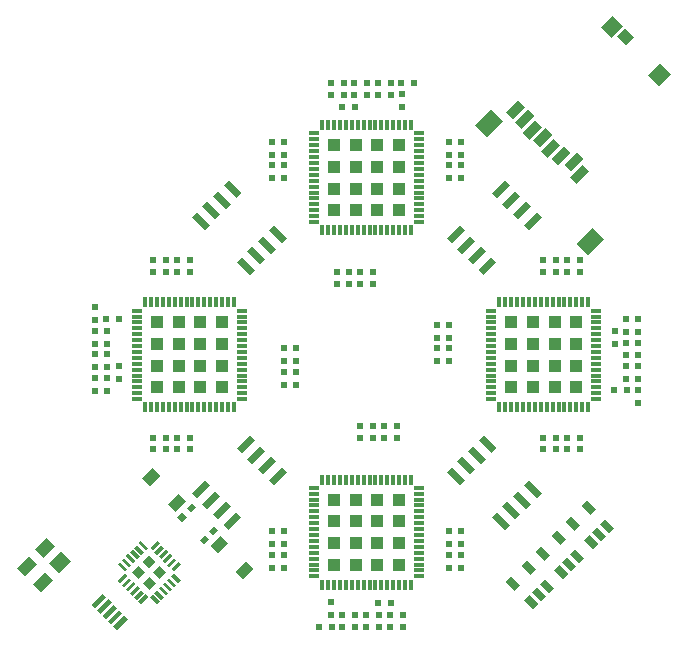
<source format=gbr>
G04 #@! TF.FileFunction,Paste,Top*
%FSLAX46Y46*%
G04 Gerber Fmt 4.6, Leading zero omitted, Abs format (unit mm)*
G04 Created by KiCad (PCBNEW 4.0.6-e0-6349~53~ubuntu14.04.1) date Tue Mar 21 08:09:45 2017*
%MOMM*%
%LPD*%
G01*
G04 APERTURE LIST*
%ADD10C,0.100000*%
%ADD11R,0.850000X0.300000*%
%ADD12R,0.300000X0.850000*%
%ADD13R,1.102500X1.102500*%
%ADD14R,0.500000X0.600000*%
%ADD15R,0.600000X0.500000*%
G04 APERTURE END LIST*
D10*
G36*
X164540642Y-126054526D02*
X164081023Y-126514145D01*
X163331490Y-125764612D01*
X163791109Y-125304993D01*
X164540642Y-126054526D01*
X164540642Y-126054526D01*
G37*
G36*
X165212393Y-125382774D02*
X164752774Y-125842393D01*
X164003241Y-125092860D01*
X164462860Y-124633241D01*
X165212393Y-125382774D01*
X165212393Y-125382774D01*
G37*
G36*
X165884145Y-124711023D02*
X165424526Y-125170642D01*
X164674993Y-124421109D01*
X165134612Y-123961490D01*
X165884145Y-124711023D01*
X165884145Y-124711023D01*
G37*
G36*
X164328510Y-123155388D02*
X163868891Y-123615007D01*
X163119358Y-122865474D01*
X163578977Y-122405855D01*
X164328510Y-123155388D01*
X164328510Y-123155388D01*
G37*
G36*
X162985007Y-124498891D02*
X162525388Y-124958510D01*
X161775855Y-124208977D01*
X162235474Y-123749358D01*
X162985007Y-124498891D01*
X162985007Y-124498891D01*
G37*
G36*
X167775812Y-95568049D02*
X169119315Y-94224546D01*
X170109264Y-95214495D01*
X168765761Y-96557998D01*
X167775812Y-95568049D01*
X167775812Y-95568049D01*
G37*
G36*
X159184464Y-85562488D02*
X160527967Y-84218985D01*
X161517916Y-85208934D01*
X160174413Y-86552437D01*
X159184464Y-85562488D01*
X159184464Y-85562488D01*
G37*
G36*
X173856930Y-81284491D02*
X174846879Y-80294542D01*
X175766118Y-81213781D01*
X174776169Y-82203730D01*
X173856930Y-81284491D01*
X173856930Y-81284491D01*
G37*
G36*
X169826422Y-77253982D02*
X170816371Y-76264033D01*
X171735610Y-77183272D01*
X170745661Y-78173221D01*
X169826422Y-77253982D01*
X169826422Y-77253982D01*
G37*
G36*
X167231339Y-89946549D02*
X168291999Y-88885889D01*
X168857685Y-89451575D01*
X167797025Y-90512235D01*
X167231339Y-89946549D01*
X167231339Y-89946549D01*
G37*
G36*
X166736365Y-88885889D02*
X167797025Y-87825229D01*
X168362711Y-88390915D01*
X167302051Y-89451575D01*
X166736365Y-88885889D01*
X166736365Y-88885889D01*
G37*
G36*
X165675704Y-88390914D02*
X166736364Y-87330254D01*
X167302050Y-87895940D01*
X166241390Y-88956600D01*
X165675704Y-88390914D01*
X165675704Y-88390914D01*
G37*
G36*
X164756466Y-87754518D02*
X165817126Y-86693858D01*
X166382812Y-87259544D01*
X165322152Y-88320204D01*
X164756466Y-87754518D01*
X164756466Y-87754518D01*
G37*
G36*
X164120069Y-86835279D02*
X165180729Y-85774619D01*
X165746415Y-86340305D01*
X164685755Y-87400965D01*
X164120069Y-86835279D01*
X164120069Y-86835279D01*
G37*
G36*
X163200831Y-86198883D02*
X164261491Y-85138223D01*
X164827177Y-85703909D01*
X163766517Y-86764569D01*
X163200831Y-86198883D01*
X163200831Y-86198883D01*
G37*
G36*
X162564435Y-85279644D02*
X163625095Y-84218984D01*
X164190781Y-84784670D01*
X163130121Y-85845330D01*
X162564435Y-85279644D01*
X162564435Y-85279644D01*
G37*
G36*
X161786617Y-84501827D02*
X162847277Y-83441167D01*
X163412963Y-84006853D01*
X162352303Y-85067513D01*
X161786617Y-84501827D01*
X161786617Y-84501827D01*
G37*
G36*
X171230028Y-78028264D02*
X171901779Y-77356513D01*
X172608886Y-78063620D01*
X171937135Y-78735371D01*
X171230028Y-78028264D01*
X171230028Y-78028264D01*
G37*
D11*
X154450000Y-123750000D03*
X154450000Y-123250000D03*
X154450000Y-122750000D03*
X154450000Y-122250000D03*
X154450000Y-121750000D03*
X154450000Y-121250000D03*
X154450000Y-120750000D03*
X154450000Y-120250000D03*
X154450000Y-119750000D03*
X154450000Y-119250000D03*
X154450000Y-118750000D03*
X154450000Y-118250000D03*
X154450000Y-117750000D03*
X154450000Y-117250000D03*
X154450000Y-116750000D03*
X154450000Y-116250000D03*
D12*
X153750000Y-115550000D03*
X153250000Y-115550000D03*
X152750000Y-115550000D03*
X152250000Y-115550000D03*
X151750000Y-115550000D03*
X151250000Y-115550000D03*
X150750000Y-115550000D03*
X150250000Y-115550000D03*
X149750000Y-115550000D03*
X149250000Y-115550000D03*
X148750000Y-115550000D03*
X148250000Y-115550000D03*
X147750000Y-115550000D03*
X147250000Y-115550000D03*
X146750000Y-115550000D03*
X146250000Y-115550000D03*
D11*
X145550000Y-116250000D03*
X145550000Y-116750000D03*
X145550000Y-117250000D03*
X145550000Y-117750000D03*
X145550000Y-118250000D03*
X145550000Y-118750000D03*
X145550000Y-119250000D03*
X145550000Y-119750000D03*
X145550000Y-120250000D03*
X145550000Y-120750000D03*
X145550000Y-121250000D03*
X145550000Y-121750000D03*
X145550000Y-122250000D03*
X145550000Y-122750000D03*
X145550000Y-123250000D03*
X145550000Y-123750000D03*
D12*
X146250000Y-124450000D03*
X146750000Y-124450000D03*
X147250000Y-124450000D03*
X147750000Y-124450000D03*
X148250000Y-124450000D03*
X148750000Y-124450000D03*
X149250000Y-124450000D03*
X149750000Y-124450000D03*
X150250000Y-124450000D03*
X150750000Y-124450000D03*
X151250000Y-124450000D03*
X151750000Y-124450000D03*
X152250000Y-124450000D03*
X152750000Y-124450000D03*
X153250000Y-124450000D03*
X153750000Y-124450000D03*
D13*
X147243750Y-117243750D03*
X147243750Y-119081250D03*
X147243750Y-120918750D03*
X147243750Y-122756250D03*
X149081250Y-117243750D03*
X149081250Y-119081250D03*
X149081250Y-120918750D03*
X149081250Y-122756250D03*
X150918750Y-117243750D03*
X150918750Y-119081250D03*
X150918750Y-120918750D03*
X150918750Y-122756250D03*
X152756250Y-117243750D03*
X152756250Y-119081250D03*
X152756250Y-120918750D03*
X152756250Y-122756250D03*
D12*
X131250000Y-109450000D03*
X131750000Y-109450000D03*
X132250000Y-109450000D03*
X132750000Y-109450000D03*
X133250000Y-109450000D03*
X133750000Y-109450000D03*
X134250000Y-109450000D03*
X134750000Y-109450000D03*
X135250000Y-109450000D03*
X135750000Y-109450000D03*
X136250000Y-109450000D03*
X136750000Y-109450000D03*
X137250000Y-109450000D03*
X137750000Y-109450000D03*
X138250000Y-109450000D03*
X138750000Y-109450000D03*
D11*
X139450000Y-108750000D03*
X139450000Y-108250000D03*
X139450000Y-107750000D03*
X139450000Y-107250000D03*
X139450000Y-106750000D03*
X139450000Y-106250000D03*
X139450000Y-105750000D03*
X139450000Y-105250000D03*
X139450000Y-104750000D03*
X139450000Y-104250000D03*
X139450000Y-103750000D03*
X139450000Y-103250000D03*
X139450000Y-102750000D03*
X139450000Y-102250000D03*
X139450000Y-101750000D03*
X139450000Y-101250000D03*
D12*
X138750000Y-100550000D03*
X138250000Y-100550000D03*
X137750000Y-100550000D03*
X137250000Y-100550000D03*
X136750000Y-100550000D03*
X136250000Y-100550000D03*
X135750000Y-100550000D03*
X135250000Y-100550000D03*
X134750000Y-100550000D03*
X134250000Y-100550000D03*
X133750000Y-100550000D03*
X133250000Y-100550000D03*
X132750000Y-100550000D03*
X132250000Y-100550000D03*
X131750000Y-100550000D03*
X131250000Y-100550000D03*
D11*
X130550000Y-101250000D03*
X130550000Y-101750000D03*
X130550000Y-102250000D03*
X130550000Y-102750000D03*
X130550000Y-103250000D03*
X130550000Y-103750000D03*
X130550000Y-104250000D03*
X130550000Y-104750000D03*
X130550000Y-105250000D03*
X130550000Y-105750000D03*
X130550000Y-106250000D03*
X130550000Y-106750000D03*
X130550000Y-107250000D03*
X130550000Y-107750000D03*
X130550000Y-108250000D03*
X130550000Y-108750000D03*
D13*
X137756250Y-102243750D03*
X135918750Y-102243750D03*
X134081250Y-102243750D03*
X132243750Y-102243750D03*
X137756250Y-104081250D03*
X135918750Y-104081250D03*
X134081250Y-104081250D03*
X132243750Y-104081250D03*
X137756250Y-105918750D03*
X135918750Y-105918750D03*
X134081250Y-105918750D03*
X132243750Y-105918750D03*
X137756250Y-107756250D03*
X135918750Y-107756250D03*
X134081250Y-107756250D03*
X132243750Y-107756250D03*
D11*
X145550000Y-86250000D03*
X145550000Y-86750000D03*
X145550000Y-87250000D03*
X145550000Y-87750000D03*
X145550000Y-88250000D03*
X145550000Y-88750000D03*
X145550000Y-89250000D03*
X145550000Y-89750000D03*
X145550000Y-90250000D03*
X145550000Y-90750000D03*
X145550000Y-91250000D03*
X145550000Y-91750000D03*
X145550000Y-92250000D03*
X145550000Y-92750000D03*
X145550000Y-93250000D03*
X145550000Y-93750000D03*
D12*
X146250000Y-94450000D03*
X146750000Y-94450000D03*
X147250000Y-94450000D03*
X147750000Y-94450000D03*
X148250000Y-94450000D03*
X148750000Y-94450000D03*
X149250000Y-94450000D03*
X149750000Y-94450000D03*
X150250000Y-94450000D03*
X150750000Y-94450000D03*
X151250000Y-94450000D03*
X151750000Y-94450000D03*
X152250000Y-94450000D03*
X152750000Y-94450000D03*
X153250000Y-94450000D03*
X153750000Y-94450000D03*
D11*
X154450000Y-93750000D03*
X154450000Y-93250000D03*
X154450000Y-92750000D03*
X154450000Y-92250000D03*
X154450000Y-91750000D03*
X154450000Y-91250000D03*
X154450000Y-90750000D03*
X154450000Y-90250000D03*
X154450000Y-89750000D03*
X154450000Y-89250000D03*
X154450000Y-88750000D03*
X154450000Y-88250000D03*
X154450000Y-87750000D03*
X154450000Y-87250000D03*
X154450000Y-86750000D03*
X154450000Y-86250000D03*
D12*
X153750000Y-85550000D03*
X153250000Y-85550000D03*
X152750000Y-85550000D03*
X152250000Y-85550000D03*
X151750000Y-85550000D03*
X151250000Y-85550000D03*
X150750000Y-85550000D03*
X150250000Y-85550000D03*
X149750000Y-85550000D03*
X149250000Y-85550000D03*
X148750000Y-85550000D03*
X148250000Y-85550000D03*
X147750000Y-85550000D03*
X147250000Y-85550000D03*
X146750000Y-85550000D03*
X146250000Y-85550000D03*
D13*
X152756250Y-92756250D03*
X152756250Y-90918750D03*
X152756250Y-89081250D03*
X152756250Y-87243750D03*
X150918750Y-92756250D03*
X150918750Y-90918750D03*
X150918750Y-89081250D03*
X150918750Y-87243750D03*
X149081250Y-92756250D03*
X149081250Y-90918750D03*
X149081250Y-89081250D03*
X149081250Y-87243750D03*
X147243750Y-92756250D03*
X147243750Y-90918750D03*
X147243750Y-89081250D03*
X147243750Y-87243750D03*
D12*
X168750000Y-100550000D03*
X168250000Y-100550000D03*
X167750000Y-100550000D03*
X167250000Y-100550000D03*
X166750000Y-100550000D03*
X166250000Y-100550000D03*
X165750000Y-100550000D03*
X165250000Y-100550000D03*
X164750000Y-100550000D03*
X164250000Y-100550000D03*
X163750000Y-100550000D03*
X163250000Y-100550000D03*
X162750000Y-100550000D03*
X162250000Y-100550000D03*
X161750000Y-100550000D03*
X161250000Y-100550000D03*
D11*
X160550000Y-101250000D03*
X160550000Y-101750000D03*
X160550000Y-102250000D03*
X160550000Y-102750000D03*
X160550000Y-103250000D03*
X160550000Y-103750000D03*
X160550000Y-104250000D03*
X160550000Y-104750000D03*
X160550000Y-105250000D03*
X160550000Y-105750000D03*
X160550000Y-106250000D03*
X160550000Y-106750000D03*
X160550000Y-107250000D03*
X160550000Y-107750000D03*
X160550000Y-108250000D03*
X160550000Y-108750000D03*
D12*
X161250000Y-109450000D03*
X161750000Y-109450000D03*
X162250000Y-109450000D03*
X162750000Y-109450000D03*
X163250000Y-109450000D03*
X163750000Y-109450000D03*
X164250000Y-109450000D03*
X164750000Y-109450000D03*
X165250000Y-109450000D03*
X165750000Y-109450000D03*
X166250000Y-109450000D03*
X166750000Y-109450000D03*
X167250000Y-109450000D03*
X167750000Y-109450000D03*
X168250000Y-109450000D03*
X168750000Y-109450000D03*
D11*
X169450000Y-108750000D03*
X169450000Y-108250000D03*
X169450000Y-107750000D03*
X169450000Y-107250000D03*
X169450000Y-106750000D03*
X169450000Y-106250000D03*
X169450000Y-105750000D03*
X169450000Y-105250000D03*
X169450000Y-104750000D03*
X169450000Y-104250000D03*
X169450000Y-103750000D03*
X169450000Y-103250000D03*
X169450000Y-102750000D03*
X169450000Y-102250000D03*
X169450000Y-101750000D03*
X169450000Y-101250000D03*
D13*
X162243750Y-107756250D03*
X164081250Y-107756250D03*
X165918750Y-107756250D03*
X167756250Y-107756250D03*
X162243750Y-105918750D03*
X164081250Y-105918750D03*
X165918750Y-105918750D03*
X167756250Y-105918750D03*
X162243750Y-104081250D03*
X164081250Y-104081250D03*
X165918750Y-104081250D03*
X167756250Y-104081250D03*
X162243750Y-102243750D03*
X164081250Y-102243750D03*
X165918750Y-102243750D03*
X167756250Y-102243750D03*
D14*
X158000000Y-121950000D03*
X158000000Y-123050000D03*
X158000000Y-119950000D03*
X158000000Y-121050000D03*
D15*
X151450000Y-111000000D03*
X152550000Y-111000000D03*
X149450000Y-111000000D03*
X150550000Y-111000000D03*
D14*
X157000000Y-121950000D03*
X157000000Y-123050000D03*
X157000000Y-119950000D03*
X157000000Y-121050000D03*
D15*
X151450000Y-112000000D03*
X152550000Y-112000000D03*
X149450000Y-112000000D03*
X150550000Y-112000000D03*
D14*
X143000000Y-123050000D03*
X143000000Y-121950000D03*
X143000000Y-121050000D03*
X143000000Y-119950000D03*
X147000000Y-125950000D03*
X147000000Y-127050000D03*
D15*
X153050000Y-127000000D03*
X151950000Y-127000000D03*
X151050000Y-127000000D03*
X149950000Y-127000000D03*
X149050000Y-127000000D03*
X147950000Y-127000000D03*
X152050000Y-126000000D03*
X150950000Y-126000000D03*
D14*
X142000000Y-123050000D03*
X142000000Y-121950000D03*
X142000000Y-121050000D03*
X142000000Y-119950000D03*
D15*
X153050000Y-128000000D03*
X151950000Y-128000000D03*
X151050000Y-128000000D03*
X149950000Y-128000000D03*
X149050000Y-128000000D03*
X147950000Y-128000000D03*
X147050000Y-128000000D03*
X145950000Y-128000000D03*
X133050000Y-113000000D03*
X131950000Y-113000000D03*
X135050000Y-113000000D03*
X133950000Y-113000000D03*
D14*
X144000000Y-106450000D03*
X144000000Y-107550000D03*
X144000000Y-104450000D03*
X144000000Y-105550000D03*
D15*
X133050000Y-112000000D03*
X131950000Y-112000000D03*
X135050000Y-112000000D03*
X133950000Y-112000000D03*
D14*
X143000000Y-106450000D03*
X143000000Y-107550000D03*
X143000000Y-104450000D03*
X143000000Y-105550000D03*
D15*
X131950000Y-98000000D03*
X133050000Y-98000000D03*
X133950000Y-98000000D03*
X135050000Y-98000000D03*
X129050000Y-102000000D03*
X127950000Y-102000000D03*
D14*
X128000000Y-108050000D03*
X128000000Y-106950000D03*
X128000000Y-106050000D03*
X128000000Y-104950000D03*
X128000000Y-104050000D03*
X128000000Y-102950000D03*
X129000000Y-107050000D03*
X129000000Y-105950000D03*
D15*
X131950000Y-97000000D03*
X133050000Y-97000000D03*
X133950000Y-97000000D03*
X135050000Y-97000000D03*
D14*
X127000000Y-108050000D03*
X127000000Y-106950000D03*
X127000000Y-106050000D03*
X127000000Y-104950000D03*
X127000000Y-104050000D03*
X127000000Y-102950000D03*
X127000000Y-102050000D03*
X127000000Y-100950000D03*
X142000000Y-88050000D03*
X142000000Y-86950000D03*
X142000000Y-90050000D03*
X142000000Y-88950000D03*
D15*
X148550000Y-99000000D03*
X147450000Y-99000000D03*
X150550000Y-99000000D03*
X149450000Y-99000000D03*
D14*
X143000000Y-88050000D03*
X143000000Y-86950000D03*
X143000000Y-90050000D03*
X143000000Y-88950000D03*
D15*
X148550000Y-98000000D03*
X147450000Y-98000000D03*
X150550000Y-98000000D03*
X149450000Y-98000000D03*
D14*
X157000000Y-86950000D03*
X157000000Y-88050000D03*
X157000000Y-88950000D03*
X157000000Y-90050000D03*
X153000000Y-84050000D03*
X153000000Y-82950000D03*
D15*
X146950000Y-83000000D03*
X148050000Y-83000000D03*
X148950000Y-83000000D03*
X150050000Y-83000000D03*
X150950000Y-83000000D03*
X152050000Y-83000000D03*
X147950000Y-84000000D03*
X149050000Y-84000000D03*
D14*
X158000000Y-86950000D03*
X158000000Y-88050000D03*
X158000000Y-88950000D03*
X158000000Y-90050000D03*
D15*
X146950000Y-82000000D03*
X148050000Y-82000000D03*
X148950000Y-82000000D03*
X150050000Y-82000000D03*
X150950000Y-82000000D03*
X152050000Y-82000000D03*
X152950000Y-82000000D03*
X154050000Y-82000000D03*
X166950000Y-97000000D03*
X168050000Y-97000000D03*
X164950000Y-97000000D03*
X166050000Y-97000000D03*
D14*
X156000000Y-103550000D03*
X156000000Y-102450000D03*
X156000000Y-105550000D03*
X156000000Y-104450000D03*
D15*
X166950000Y-98000000D03*
X168050000Y-98000000D03*
X164950000Y-98000000D03*
X166050000Y-98000000D03*
D14*
X157000000Y-103550000D03*
X157000000Y-102450000D03*
X157000000Y-105550000D03*
X157000000Y-104450000D03*
D15*
X168050000Y-112000000D03*
X166950000Y-112000000D03*
X166050000Y-112000000D03*
X164950000Y-112000000D03*
X170950000Y-108000000D03*
X172050000Y-108000000D03*
D14*
X172000000Y-101950000D03*
X172000000Y-103050000D03*
X172000000Y-103950000D03*
X172000000Y-105050000D03*
X172000000Y-105950000D03*
X172000000Y-107050000D03*
X171000000Y-102950000D03*
X171000000Y-104050000D03*
D15*
X168050000Y-113000000D03*
X166950000Y-113000000D03*
X166050000Y-113000000D03*
X164950000Y-113000000D03*
D14*
X173000000Y-101950000D03*
X173000000Y-103050000D03*
X173000000Y-103950000D03*
X173000000Y-105050000D03*
X173000000Y-105950000D03*
X173000000Y-107050000D03*
X173000000Y-107950000D03*
X173000000Y-109050000D03*
D10*
G36*
X167080642Y-123514526D02*
X166621023Y-123974145D01*
X165871490Y-123224612D01*
X166331109Y-122764993D01*
X167080642Y-123514526D01*
X167080642Y-123514526D01*
G37*
G36*
X167752393Y-122842774D02*
X167292774Y-123302393D01*
X166543241Y-122552860D01*
X167002860Y-122093241D01*
X167752393Y-122842774D01*
X167752393Y-122842774D01*
G37*
G36*
X168424145Y-122171023D02*
X167964526Y-122630642D01*
X167214993Y-121881109D01*
X167674612Y-121421490D01*
X168424145Y-122171023D01*
X168424145Y-122171023D01*
G37*
G36*
X166868510Y-120615388D02*
X166408891Y-121075007D01*
X165659358Y-120325474D01*
X166118977Y-119865855D01*
X166868510Y-120615388D01*
X166868510Y-120615388D01*
G37*
G36*
X165525007Y-121958891D02*
X165065388Y-122418510D01*
X164315855Y-121668977D01*
X164775474Y-121209358D01*
X165525007Y-121958891D01*
X165525007Y-121958891D01*
G37*
G36*
X169620642Y-120974526D02*
X169161023Y-121434145D01*
X168411490Y-120684612D01*
X168871109Y-120224993D01*
X169620642Y-120974526D01*
X169620642Y-120974526D01*
G37*
G36*
X170292393Y-120302774D02*
X169832774Y-120762393D01*
X169083241Y-120012860D01*
X169542860Y-119553241D01*
X170292393Y-120302774D01*
X170292393Y-120302774D01*
G37*
G36*
X170964145Y-119631023D02*
X170504526Y-120090642D01*
X169754993Y-119341109D01*
X170214612Y-118881490D01*
X170964145Y-119631023D01*
X170964145Y-119631023D01*
G37*
G36*
X169408510Y-118075388D02*
X168948891Y-118535007D01*
X168199358Y-117785474D01*
X168658977Y-117325855D01*
X169408510Y-118075388D01*
X169408510Y-118075388D01*
G37*
G36*
X168065007Y-119418891D02*
X167605388Y-119878510D01*
X166855855Y-119128977D01*
X167315474Y-118669358D01*
X168065007Y-119418891D01*
X168065007Y-119418891D01*
G37*
G36*
X162117290Y-119387103D02*
X161693026Y-119811367D01*
X160597010Y-118715351D01*
X161021274Y-118291087D01*
X162117290Y-119387103D01*
X162117290Y-119387103D01*
G37*
G36*
X163015316Y-118489077D02*
X162591052Y-118913341D01*
X161495036Y-117817325D01*
X161919300Y-117393061D01*
X163015316Y-118489077D01*
X163015316Y-118489077D01*
G37*
G36*
X163913341Y-117591052D02*
X163489077Y-118015316D01*
X162393061Y-116919300D01*
X162817325Y-116495036D01*
X163913341Y-117591052D01*
X163913341Y-117591052D01*
G37*
G36*
X164811367Y-116693026D02*
X164387103Y-117117290D01*
X163291087Y-116021274D01*
X163715351Y-115597010D01*
X164811367Y-116693026D01*
X164811367Y-116693026D01*
G37*
G36*
X160992990Y-112874649D02*
X160568726Y-113298913D01*
X159472710Y-112202897D01*
X159896974Y-111778633D01*
X160992990Y-112874649D01*
X160992990Y-112874649D01*
G37*
G36*
X160094964Y-113772675D02*
X159670700Y-114196939D01*
X158574684Y-113100923D01*
X158998948Y-112676659D01*
X160094964Y-113772675D01*
X160094964Y-113772675D01*
G37*
G36*
X159196939Y-114670700D02*
X158772675Y-115094964D01*
X157676659Y-113998948D01*
X158100923Y-113574684D01*
X159196939Y-114670700D01*
X159196939Y-114670700D01*
G37*
G36*
X158298913Y-115568726D02*
X157874649Y-115992990D01*
X156778633Y-114896974D01*
X157202897Y-114472710D01*
X158298913Y-115568726D01*
X158298913Y-115568726D01*
G37*
G36*
X135612897Y-117117290D02*
X135188633Y-116693026D01*
X136284649Y-115597010D01*
X136708913Y-116021274D01*
X135612897Y-117117290D01*
X135612897Y-117117290D01*
G37*
G36*
X136510923Y-118015316D02*
X136086659Y-117591052D01*
X137182675Y-116495036D01*
X137606939Y-116919300D01*
X136510923Y-118015316D01*
X136510923Y-118015316D01*
G37*
G36*
X137408948Y-118913341D02*
X136984684Y-118489077D01*
X138080700Y-117393061D01*
X138504964Y-117817325D01*
X137408948Y-118913341D01*
X137408948Y-118913341D01*
G37*
G36*
X138306974Y-119811367D02*
X137882710Y-119387103D01*
X138978726Y-118291087D01*
X139402990Y-118715351D01*
X138306974Y-119811367D01*
X138306974Y-119811367D01*
G37*
G36*
X142125351Y-115992990D02*
X141701087Y-115568726D01*
X142797103Y-114472710D01*
X143221367Y-114896974D01*
X142125351Y-115992990D01*
X142125351Y-115992990D01*
G37*
G36*
X141227325Y-115094964D02*
X140803061Y-114670700D01*
X141899077Y-113574684D01*
X142323341Y-113998948D01*
X141227325Y-115094964D01*
X141227325Y-115094964D01*
G37*
G36*
X140329300Y-114196939D02*
X139905036Y-113772675D01*
X141001052Y-112676659D01*
X141425316Y-113100923D01*
X140329300Y-114196939D01*
X140329300Y-114196939D01*
G37*
G36*
X139431274Y-113298913D02*
X139007010Y-112874649D01*
X140103026Y-111778633D01*
X140527290Y-112202897D01*
X139431274Y-113298913D01*
X139431274Y-113298913D01*
G37*
G36*
X137882710Y-90612897D02*
X138306974Y-90188633D01*
X139402990Y-91284649D01*
X138978726Y-91708913D01*
X137882710Y-90612897D01*
X137882710Y-90612897D01*
G37*
G36*
X136984684Y-91510923D02*
X137408948Y-91086659D01*
X138504964Y-92182675D01*
X138080700Y-92606939D01*
X136984684Y-91510923D01*
X136984684Y-91510923D01*
G37*
G36*
X136086659Y-92408948D02*
X136510923Y-91984684D01*
X137606939Y-93080700D01*
X137182675Y-93504964D01*
X136086659Y-92408948D01*
X136086659Y-92408948D01*
G37*
G36*
X135188633Y-93306974D02*
X135612897Y-92882710D01*
X136708913Y-93978726D01*
X136284649Y-94402990D01*
X135188633Y-93306974D01*
X135188633Y-93306974D01*
G37*
G36*
X139007010Y-97125351D02*
X139431274Y-96701087D01*
X140527290Y-97797103D01*
X140103026Y-98221367D01*
X139007010Y-97125351D01*
X139007010Y-97125351D01*
G37*
G36*
X139905036Y-96227325D02*
X140329300Y-95803061D01*
X141425316Y-96899077D01*
X141001052Y-97323341D01*
X139905036Y-96227325D01*
X139905036Y-96227325D01*
G37*
G36*
X140803061Y-95329300D02*
X141227325Y-94905036D01*
X142323341Y-96001052D01*
X141899077Y-96425316D01*
X140803061Y-95329300D01*
X140803061Y-95329300D01*
G37*
G36*
X141701087Y-94431274D02*
X142125351Y-94007010D01*
X143221367Y-95103026D01*
X142797103Y-95527290D01*
X141701087Y-94431274D01*
X141701087Y-94431274D01*
G37*
G36*
X164387103Y-92882710D02*
X164811367Y-93306974D01*
X163715351Y-94402990D01*
X163291087Y-93978726D01*
X164387103Y-92882710D01*
X164387103Y-92882710D01*
G37*
G36*
X163489077Y-91984684D02*
X163913341Y-92408948D01*
X162817325Y-93504964D01*
X162393061Y-93080700D01*
X163489077Y-91984684D01*
X163489077Y-91984684D01*
G37*
G36*
X162591052Y-91086659D02*
X163015316Y-91510923D01*
X161919300Y-92606939D01*
X161495036Y-92182675D01*
X162591052Y-91086659D01*
X162591052Y-91086659D01*
G37*
G36*
X161693026Y-90188633D02*
X162117290Y-90612897D01*
X161021274Y-91708913D01*
X160597010Y-91284649D01*
X161693026Y-90188633D01*
X161693026Y-90188633D01*
G37*
G36*
X157874649Y-94007010D02*
X158298913Y-94431274D01*
X157202897Y-95527290D01*
X156778633Y-95103026D01*
X157874649Y-94007010D01*
X157874649Y-94007010D01*
G37*
G36*
X158772675Y-94905036D02*
X159196939Y-95329300D01*
X158100923Y-96425316D01*
X157676659Y-96001052D01*
X158772675Y-94905036D01*
X158772675Y-94905036D01*
G37*
G36*
X159670700Y-95803061D02*
X160094964Y-96227325D01*
X158998948Y-97323341D01*
X158574684Y-96899077D01*
X159670700Y-95803061D01*
X159670700Y-95803061D01*
G37*
G36*
X160568726Y-96701087D02*
X160992990Y-97125351D01*
X159896974Y-98221367D01*
X159472710Y-97797103D01*
X160568726Y-96701087D01*
X160568726Y-96701087D01*
G37*
G36*
X138902340Y-123340011D02*
X139765011Y-122477340D01*
X140408478Y-123120807D01*
X139545807Y-123983478D01*
X138902340Y-123340011D01*
X138902340Y-123340011D01*
G37*
G36*
X136731522Y-121169193D02*
X137594193Y-120306522D01*
X138237660Y-120949989D01*
X137374989Y-121812660D01*
X136731522Y-121169193D01*
X136731522Y-121169193D01*
G37*
G36*
X132522660Y-115234989D02*
X131659989Y-116097660D01*
X131016522Y-115454193D01*
X131879193Y-114591522D01*
X132522660Y-115234989D01*
X132522660Y-115234989D01*
G37*
G36*
X134693478Y-117405807D02*
X133830807Y-118268478D01*
X133187340Y-117625011D01*
X134050011Y-116762340D01*
X134693478Y-117405807D01*
X134693478Y-117405807D01*
G37*
G36*
X129127804Y-124316561D02*
X128915672Y-124104429D01*
X129516712Y-123503389D01*
X129728844Y-123715521D01*
X129127804Y-124316561D01*
X129127804Y-124316561D01*
G37*
G36*
X129481358Y-124670114D02*
X129269226Y-124457982D01*
X129870266Y-123856942D01*
X130082398Y-124069074D01*
X129481358Y-124670114D01*
X129481358Y-124670114D01*
G37*
G36*
X129834911Y-125023668D02*
X129622779Y-124811536D01*
X130223819Y-124210496D01*
X130435951Y-124422628D01*
X129834911Y-125023668D01*
X129834911Y-125023668D01*
G37*
G36*
X130188464Y-125377221D02*
X129976332Y-125165089D01*
X130577372Y-124564049D01*
X130789504Y-124776181D01*
X130188464Y-125377221D01*
X130188464Y-125377221D01*
G37*
G36*
X130542018Y-125730774D02*
X130329886Y-125518642D01*
X130930926Y-124917602D01*
X131143058Y-125129734D01*
X130542018Y-125730774D01*
X130542018Y-125730774D01*
G37*
G36*
X130895571Y-126084328D02*
X130683439Y-125872196D01*
X131284479Y-125271156D01*
X131496611Y-125483288D01*
X130895571Y-126084328D01*
X130895571Y-126084328D01*
G37*
G36*
X132486561Y-125872196D02*
X132274429Y-126084328D01*
X131673389Y-125483288D01*
X131885521Y-125271156D01*
X132486561Y-125872196D01*
X132486561Y-125872196D01*
G37*
G36*
X132840114Y-125518642D02*
X132627982Y-125730774D01*
X132026942Y-125129734D01*
X132239074Y-124917602D01*
X132840114Y-125518642D01*
X132840114Y-125518642D01*
G37*
G36*
X133193668Y-125165089D02*
X132981536Y-125377221D01*
X132380496Y-124776181D01*
X132592628Y-124564049D01*
X133193668Y-125165089D01*
X133193668Y-125165089D01*
G37*
G36*
X133547221Y-124811536D02*
X133335089Y-125023668D01*
X132734049Y-124422628D01*
X132946181Y-124210496D01*
X133547221Y-124811536D01*
X133547221Y-124811536D01*
G37*
G36*
X133900774Y-124457982D02*
X133688642Y-124670114D01*
X133087602Y-124069074D01*
X133299734Y-123856942D01*
X133900774Y-124457982D01*
X133900774Y-124457982D01*
G37*
G36*
X134254328Y-124104429D02*
X134042196Y-124316561D01*
X133441156Y-123715521D01*
X133653288Y-123503389D01*
X134254328Y-124104429D01*
X134254328Y-124104429D01*
G37*
G36*
X133653288Y-123326611D02*
X133441156Y-123114479D01*
X134042196Y-122513439D01*
X134254328Y-122725571D01*
X133653288Y-123326611D01*
X133653288Y-123326611D01*
G37*
G36*
X133299734Y-122973058D02*
X133087602Y-122760926D01*
X133688642Y-122159886D01*
X133900774Y-122372018D01*
X133299734Y-122973058D01*
X133299734Y-122973058D01*
G37*
G36*
X132946181Y-122619504D02*
X132734049Y-122407372D01*
X133335089Y-121806332D01*
X133547221Y-122018464D01*
X132946181Y-122619504D01*
X132946181Y-122619504D01*
G37*
G36*
X132592628Y-122265951D02*
X132380496Y-122053819D01*
X132981536Y-121452779D01*
X133193668Y-121664911D01*
X132592628Y-122265951D01*
X132592628Y-122265951D01*
G37*
G36*
X132239074Y-121912398D02*
X132026942Y-121700266D01*
X132627982Y-121099226D01*
X132840114Y-121311358D01*
X132239074Y-121912398D01*
X132239074Y-121912398D01*
G37*
G36*
X131885521Y-121558844D02*
X131673389Y-121346712D01*
X132274429Y-120745672D01*
X132486561Y-120957804D01*
X131885521Y-121558844D01*
X131885521Y-121558844D01*
G37*
G36*
X131496611Y-121346712D02*
X131284479Y-121558844D01*
X130683439Y-120957804D01*
X130895571Y-120745672D01*
X131496611Y-121346712D01*
X131496611Y-121346712D01*
G37*
G36*
X131143058Y-121700266D02*
X130930926Y-121912398D01*
X130329886Y-121311358D01*
X130542018Y-121099226D01*
X131143058Y-121700266D01*
X131143058Y-121700266D01*
G37*
G36*
X130789504Y-122053819D02*
X130577372Y-122265951D01*
X129976332Y-121664911D01*
X130188464Y-121452779D01*
X130789504Y-122053819D01*
X130789504Y-122053819D01*
G37*
G36*
X130435951Y-122407372D02*
X130223819Y-122619504D01*
X129622779Y-122018464D01*
X129834911Y-121806332D01*
X130435951Y-122407372D01*
X130435951Y-122407372D01*
G37*
G36*
X130082398Y-122760926D02*
X129870266Y-122973058D01*
X129269226Y-122372018D01*
X129481358Y-122159886D01*
X130082398Y-122760926D01*
X130082398Y-122760926D01*
G37*
G36*
X129728844Y-123114479D02*
X129516712Y-123326611D01*
X128915672Y-122725571D01*
X129127804Y-122513439D01*
X129728844Y-123114479D01*
X129728844Y-123114479D01*
G37*
G36*
X132504239Y-123966543D02*
X131952696Y-123415000D01*
X132504239Y-122863457D01*
X133055782Y-123415000D01*
X132504239Y-123966543D01*
X132504239Y-123966543D01*
G37*
G36*
X131585000Y-123047304D02*
X131033457Y-122495761D01*
X131585000Y-121944218D01*
X132136543Y-122495761D01*
X131585000Y-123047304D01*
X131585000Y-123047304D01*
G37*
G36*
X131585000Y-124885782D02*
X131033457Y-124334239D01*
X131585000Y-123782696D01*
X132136543Y-124334239D01*
X131585000Y-124885782D01*
X131585000Y-124885782D01*
G37*
G36*
X130665761Y-123966543D02*
X130114218Y-123415000D01*
X130665761Y-122863457D01*
X131217304Y-123415000D01*
X130665761Y-123966543D01*
X130665761Y-123966543D01*
G37*
G36*
X126989131Y-126453960D02*
X126706289Y-126171118D01*
X127660883Y-125216524D01*
X127943725Y-125499366D01*
X126989131Y-126453960D01*
X126989131Y-126453960D01*
G37*
G36*
X127448751Y-126913580D02*
X127165909Y-126630738D01*
X128120503Y-125676144D01*
X128403345Y-125958986D01*
X127448751Y-126913580D01*
X127448751Y-126913580D01*
G37*
G36*
X127908370Y-127373199D02*
X127625528Y-127090357D01*
X128580122Y-126135763D01*
X128862964Y-126418605D01*
X127908370Y-127373199D01*
X127908370Y-127373199D01*
G37*
G36*
X128367990Y-127832818D02*
X128085148Y-127549976D01*
X129039742Y-126595382D01*
X129322584Y-126878224D01*
X128367990Y-127832818D01*
X128367990Y-127832818D01*
G37*
G36*
X128827609Y-128292438D02*
X128544767Y-128009596D01*
X129499361Y-127055002D01*
X129782203Y-127337844D01*
X128827609Y-128292438D01*
X128827609Y-128292438D01*
G37*
G36*
X124935574Y-122475569D02*
X123945950Y-123465193D01*
X123098214Y-122617457D01*
X124087838Y-121627833D01*
X124935574Y-122475569D01*
X124935574Y-122475569D01*
G37*
G36*
X123649601Y-121189597D02*
X122659977Y-122179221D01*
X121952333Y-121471577D01*
X122941957Y-120481953D01*
X123649601Y-121189597D01*
X123649601Y-121189597D01*
G37*
G36*
X122094221Y-122744977D02*
X121104597Y-123734601D01*
X120396953Y-123026957D01*
X121386577Y-122037333D01*
X122094221Y-122744977D01*
X122094221Y-122744977D01*
G37*
G36*
X123437667Y-124088423D02*
X122448043Y-125078047D01*
X121740399Y-124370403D01*
X122730023Y-123380779D01*
X123437667Y-124088423D01*
X123437667Y-124088423D01*
G37*
G36*
X137089264Y-119462182D02*
X137442818Y-119815736D01*
X137018554Y-120240000D01*
X136665000Y-119886446D01*
X137089264Y-119462182D01*
X137089264Y-119462182D01*
G37*
G36*
X136311446Y-120240000D02*
X136665000Y-120593554D01*
X136240736Y-121017818D01*
X135887182Y-120664264D01*
X136311446Y-120240000D01*
X136311446Y-120240000D01*
G37*
G36*
X135184264Y-117557182D02*
X135537818Y-117910736D01*
X135113554Y-118335000D01*
X134760000Y-117981446D01*
X135184264Y-117557182D01*
X135184264Y-117557182D01*
G37*
G36*
X134406446Y-118335000D02*
X134760000Y-118688554D01*
X134335736Y-119112818D01*
X133982182Y-118759264D01*
X134406446Y-118335000D01*
X134406446Y-118335000D01*
G37*
M02*

</source>
